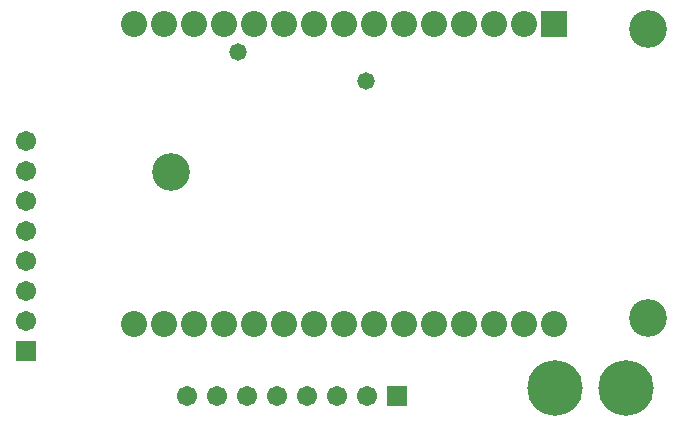
<source format=gbs>
G04*
G04 #@! TF.GenerationSoftware,Altium Limited,Altium Designer,20.2.3 (150)*
G04*
G04 Layer_Color=16711935*
%FSLAX44Y44*%
%MOMM*%
G71*
G04*
G04 #@! TF.SameCoordinates,5F06F80F-724F-48A1-AB94-725DB31EE99F*
G04*
G04*
G04 #@! TF.FilePolarity,Negative*
G04*
G01*
G75*
%ADD26C,3.2032*%
%ADD27C,2.2032*%
%ADD28R,2.2032X2.2032*%
%ADD29C,1.7032*%
%ADD30R,1.7032X1.7032*%
%ADD31R,1.7032X1.7032*%
%ADD32C,4.7032*%
%ADD33C,1.4732*%
D26*
X668582Y-57794D02*
D03*
X264922Y-179324D02*
D03*
X668582Y-302894D02*
D03*
D27*
X233382Y-307594D02*
D03*
X258782D02*
D03*
X284182D02*
D03*
X309582D02*
D03*
X334982D02*
D03*
X360382D02*
D03*
X385782D02*
D03*
X411182D02*
D03*
X436582D02*
D03*
X461982D02*
D03*
X487382D02*
D03*
X512782D02*
D03*
X538182D02*
D03*
X563582D02*
D03*
X588982D02*
D03*
X233382Y-53594D02*
D03*
X258782D02*
D03*
X284182D02*
D03*
X309582D02*
D03*
X334982D02*
D03*
X360382D02*
D03*
X385782D02*
D03*
X411182D02*
D03*
X436582D02*
D03*
X461982D02*
D03*
X487382D02*
D03*
X512782D02*
D03*
X538182D02*
D03*
X563582D02*
D03*
D28*
X588982D02*
D03*
D29*
X142240Y-153162D02*
D03*
Y-178562D02*
D03*
Y-203962D02*
D03*
Y-229362D02*
D03*
Y-254762D02*
D03*
Y-280162D02*
D03*
Y-305562D02*
D03*
X430784Y-368300D02*
D03*
X405384D02*
D03*
X379984D02*
D03*
X354584D02*
D03*
X329184D02*
D03*
X303784D02*
D03*
X278384D02*
D03*
D30*
X142240Y-330962D02*
D03*
D31*
X456184Y-368300D02*
D03*
D32*
X590268Y-361950D02*
D03*
X650268D02*
D03*
D33*
X430022Y-102362D02*
D03*
X321310Y-77724D02*
D03*
M02*

</source>
